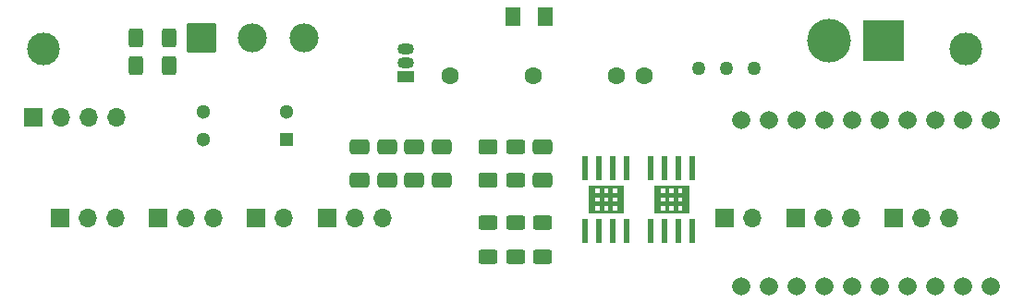
<source format=gts>
G04 #@! TF.GenerationSoftware,KiCad,Pcbnew,8.0.3*
G04 #@! TF.CreationDate,2025-05-14T17:31:42-04:00*
G04 #@! TF.ProjectId,Sp-I,53702d49-2e6b-4696-9361-645f70636258,rev?*
G04 #@! TF.SameCoordinates,Original*
G04 #@! TF.FileFunction,Soldermask,Top*
G04 #@! TF.FilePolarity,Negative*
%FSLAX46Y46*%
G04 Gerber Fmt 4.6, Leading zero omitted, Abs format (unit mm)*
G04 Created by KiCad (PCBNEW 8.0.3) date 2025-05-14 17:31:42*
%MOMM*%
%LPD*%
G01*
G04 APERTURE LIST*
G04 Aperture macros list*
%AMRoundRect*
0 Rectangle with rounded corners*
0 $1 Rounding radius*
0 $2 $3 $4 $5 $6 $7 $8 $9 X,Y pos of 4 corners*
0 Add a 4 corners polygon primitive as box body*
4,1,4,$2,$3,$4,$5,$6,$7,$8,$9,$2,$3,0*
0 Add four circle primitives for the rounded corners*
1,1,$1+$1,$2,$3*
1,1,$1+$1,$4,$5*
1,1,$1+$1,$6,$7*
1,1,$1+$1,$8,$9*
0 Add four rect primitives between the rounded corners*
20,1,$1+$1,$2,$3,$4,$5,0*
20,1,$1+$1,$4,$5,$6,$7,0*
20,1,$1+$1,$6,$7,$8,$9,0*
20,1,$1+$1,$8,$9,$2,$3,0*%
G04 Aperture macros list end*
%ADD10C,0.000000*%
%ADD11C,1.270000*%
%ADD12C,3.000000*%
%ADD13R,1.700000X1.700000*%
%ADD14O,1.700000X1.700000*%
%ADD15C,1.665000*%
%ADD16R,1.300000X1.300000*%
%ADD17C,1.300000*%
%ADD18RoundRect,0.102000X1.225000X-1.225000X1.225000X1.225000X-1.225000X1.225000X-1.225000X-1.225000X0*%
%ADD19C,2.654000*%
%ADD20R,0.508000X2.209800*%
%ADD21RoundRect,0.250000X0.625000X-0.400000X0.625000X0.400000X-0.625000X0.400000X-0.625000X-0.400000X0*%
%ADD22RoundRect,0.250000X-0.400000X-0.625000X0.400000X-0.625000X0.400000X0.625000X-0.400000X0.625000X0*%
%ADD23O,1.500000X1.050000*%
%ADD24R,1.500000X1.050000*%
%ADD25C,1.600200*%
%ADD26C,4.000000*%
%ADD27R,3.800000X3.800000*%
%ADD28RoundRect,0.250001X-0.462499X-0.624999X0.462499X-0.624999X0.462499X0.624999X-0.462499X0.624999X0*%
%ADD29RoundRect,0.250001X0.624999X-0.462499X0.624999X0.462499X-0.624999X0.462499X-0.624999X-0.462499X0*%
%ADD30RoundRect,0.250000X-0.650000X0.412500X-0.650000X-0.412500X0.650000X-0.412500X0.650000X0.412500X0*%
G04 APERTURE END LIST*
D10*
G36*
X161842600Y-140321700D02*
G01*
X161217100Y-140321700D01*
X161217100Y-137807100D01*
X161842600Y-137807100D01*
X161842600Y-140321700D01*
G37*
G36*
X162630000Y-140321700D02*
G01*
X162242600Y-140321700D01*
X162242600Y-137807100D01*
X162630000Y-137807100D01*
X162630000Y-140321700D01*
G37*
G36*
X163417400Y-140321700D02*
G01*
X163030000Y-140321700D01*
X163030000Y-137807100D01*
X163417400Y-137807100D01*
X163417400Y-140321700D01*
G37*
G36*
X164442900Y-140321700D02*
G01*
X163817400Y-140321700D01*
X163817400Y-137807100D01*
X164442900Y-137807100D01*
X164442900Y-140321700D01*
G37*
G36*
X164442900Y-140321700D02*
G01*
X161217100Y-140321700D01*
X161217100Y-140051800D01*
X164442900Y-140051800D01*
X164442900Y-140321700D01*
G37*
G36*
X164442900Y-139651800D02*
G01*
X161217100Y-139651800D01*
X161217100Y-139264400D01*
X164442900Y-139264400D01*
X164442900Y-139651800D01*
G37*
G36*
X164442900Y-138864400D02*
G01*
X161217100Y-138864400D01*
X161217100Y-138477000D01*
X164442900Y-138477000D01*
X164442900Y-138864400D01*
G37*
G36*
X164442900Y-138077000D02*
G01*
X161217100Y-138077000D01*
X161217100Y-137807100D01*
X164442900Y-137807100D01*
X164442900Y-138077000D01*
G37*
G36*
X155842600Y-140321700D02*
G01*
X155217100Y-140321700D01*
X155217100Y-137807100D01*
X155842600Y-137807100D01*
X155842600Y-140321700D01*
G37*
G36*
X156630000Y-140321700D02*
G01*
X156242600Y-140321700D01*
X156242600Y-137807100D01*
X156630000Y-137807100D01*
X156630000Y-140321700D01*
G37*
G36*
X157417400Y-140321700D02*
G01*
X157030000Y-140321700D01*
X157030000Y-137807100D01*
X157417400Y-137807100D01*
X157417400Y-140321700D01*
G37*
G36*
X158442900Y-140321700D02*
G01*
X157817400Y-140321700D01*
X157817400Y-137807100D01*
X158442900Y-137807100D01*
X158442900Y-140321700D01*
G37*
G36*
X158442900Y-140321700D02*
G01*
X155217100Y-140321700D01*
X155217100Y-140051800D01*
X158442900Y-140051800D01*
X158442900Y-140321700D01*
G37*
G36*
X158442900Y-139651800D02*
G01*
X155217100Y-139651800D01*
X155217100Y-139264400D01*
X158442900Y-139264400D01*
X158442900Y-139651800D01*
G37*
G36*
X158442900Y-138864400D02*
G01*
X155217100Y-138864400D01*
X155217100Y-138477000D01*
X158442900Y-138477000D01*
X158442900Y-138864400D01*
G37*
G36*
X158442900Y-138077000D02*
G01*
X155217100Y-138077000D01*
X155217100Y-137807100D01*
X158442900Y-137807100D01*
X158442900Y-138077000D01*
G37*
D11*
X170394900Y-127028000D03*
X167854900Y-127028000D03*
X165314900Y-127028000D03*
D12*
X189750000Y-125250000D03*
X105250000Y-125250000D03*
D13*
X131250000Y-140750000D03*
D14*
X133790000Y-140750000D03*
X136330000Y-140750000D03*
D13*
X124750000Y-140725000D03*
D14*
X127290000Y-140725000D03*
D13*
X167710000Y-140725000D03*
D14*
X170250000Y-140725000D03*
X188290000Y-140750000D03*
X185750000Y-140750000D03*
D13*
X183210000Y-140750000D03*
D14*
X179250000Y-140750000D03*
X176710000Y-140750000D03*
D13*
X174170000Y-140750000D03*
X115750000Y-140750000D03*
D14*
X118290000Y-140750000D03*
X120830000Y-140750000D03*
D15*
X192040000Y-131800000D03*
X189500000Y-147040000D03*
X189500000Y-131800000D03*
X192040000Y-147040000D03*
X186960000Y-147040000D03*
X184420000Y-147040000D03*
X181880000Y-147040000D03*
X179340000Y-147040000D03*
X176800000Y-147040000D03*
X174260000Y-147040000D03*
X171720000Y-147040000D03*
X169180000Y-147040000D03*
X169180000Y-131800000D03*
X171720000Y-131800000D03*
X174260000Y-131800000D03*
X176800000Y-131800000D03*
X179340000Y-131800000D03*
X181880000Y-131800000D03*
X184420000Y-131800000D03*
X186960000Y-131800000D03*
D16*
X127560000Y-133520000D03*
D17*
X127560000Y-130980000D03*
X119940000Y-130980000D03*
X119940000Y-133520000D03*
D18*
X119750000Y-124250000D03*
D19*
X124450000Y-124250000D03*
X129150000Y-124250000D03*
D20*
X160925000Y-141939401D03*
X162195000Y-141939401D03*
X163465000Y-141939401D03*
X164735000Y-141939401D03*
X164735000Y-136189399D03*
X163465000Y-136189399D03*
X162195000Y-136189399D03*
X160925000Y-136189399D03*
D21*
X146000000Y-144300000D03*
X146000000Y-141200000D03*
X148500000Y-137300000D03*
X148500000Y-134200000D03*
X148500000Y-144300000D03*
X148500000Y-141200000D03*
X151000000Y-144300000D03*
X151000000Y-141200000D03*
D22*
X113700000Y-126750000D03*
X116800000Y-126750000D03*
X113700000Y-124250000D03*
X116800000Y-124250000D03*
D23*
X138500000Y-125250000D03*
X138500000Y-126520000D03*
D24*
X138500000Y-127790000D03*
D20*
X154925000Y-141939401D03*
X156195000Y-141939401D03*
X157465000Y-141939401D03*
X158735000Y-141939401D03*
X158735000Y-136189399D03*
X157465000Y-136189399D03*
X156195000Y-136189399D03*
X154925000Y-136189399D03*
D25*
X142510000Y-127744999D03*
X150130000Y-127744999D03*
X157750000Y-127744999D03*
X160290000Y-127744999D03*
D26*
X177250000Y-124500000D03*
D27*
X182250000Y-124500000D03*
D14*
X112000000Y-131500000D03*
X109460000Y-131500000D03*
X106920000Y-131500000D03*
D13*
X104380000Y-131500000D03*
D28*
X148262500Y-122250000D03*
X151237500Y-122250000D03*
D29*
X146000000Y-137237500D03*
X146000000Y-134262500D03*
D30*
X151000000Y-134187500D03*
X151000000Y-137312500D03*
X141750000Y-134187500D03*
X141750000Y-137312500D03*
X139250000Y-134187500D03*
X139250000Y-137312500D03*
X136750000Y-134187500D03*
X136750000Y-137312500D03*
X134250000Y-134187500D03*
X134250000Y-137312500D03*
D14*
X111870000Y-140750000D03*
X109330000Y-140750000D03*
D13*
X106790000Y-140750000D03*
M02*

</source>
